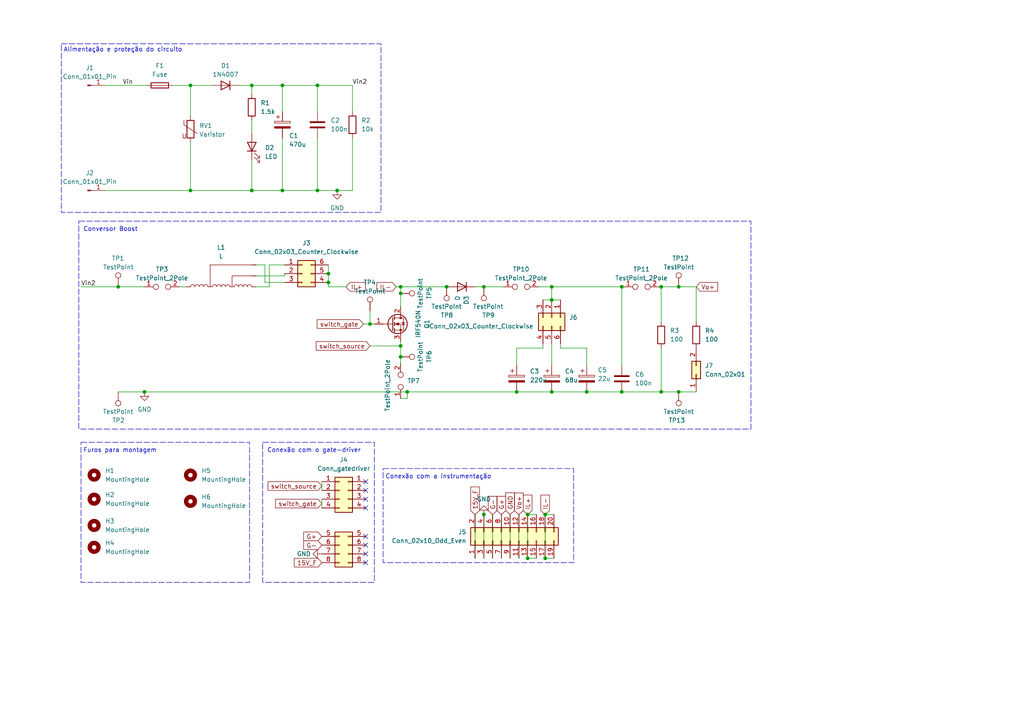
<source format=kicad_sch>
(kicad_sch (version 20230121) (generator eeschema)
  (paper "A4")
  (lib_symbols
    (symbol "Conn_gate_driver_1" (pin_names (offset 1.016) hide)
      (property "Reference" "J" (at 1.27 5.08 0))
      (property "Value" "Conn_gatedriver" (at 1.27 -7.62 0))
      (symbol "Conn_gate_driver_1_1_1"
        (rectangle (start -1.27 -4.953) (end 0 -5.207) (stroke (width 0.1524)))
        (rectangle (start -1.27 -2.413) (end 0 -2.667) (stroke (width 0.1524)))
        (rectangle (start -1.27 0.127) (end 0 -0.127) (stroke (width 0.1524)))
        (rectangle (start -1.27 2.667) (end 0 2.413) (stroke (width 0.1524)))
        (rectangle (start -1.27 3.81) (end 3.81 -6.35) (stroke (width 0.254)) (fill (type background)))
        (rectangle (start -1.27 10.922) (end 0 10.668) (stroke (width 0.1524)))
        (rectangle (start -1.27 13.462) (end 0 13.208) (stroke (width 0.1524)))
        (rectangle (start -1.27 16.002) (end 0 15.748) (stroke (width 0.1524)))
        (rectangle (start -1.27 18.542) (end 0 18.288) (stroke (width 0.1524)))
        (rectangle (start -1.27 19.685) (end 3.81 9.525) (stroke (width 0.254)) (fill (type background)))
        (rectangle (start 3.81 -4.953) (end 2.54 -5.207) (stroke (width 0.1524)))
        (rectangle (start 3.81 -2.413) (end 2.54 -2.667) (stroke (width 0.1524)))
        (rectangle (start 3.81 0.127) (end 2.54 -0.127) (stroke (width 0.1524)))
        (rectangle (start 3.81 2.667) (end 2.54 2.413) (stroke (width 0.1524)))
        (rectangle (start 3.81 10.922) (end 2.54 10.668) (stroke (width 0.1524)))
        (rectangle (start 3.81 13.462) (end 2.54 13.208) (stroke (width 0.1524)))
        (rectangle (start 3.81 16.002) (end 2.54 15.748) (stroke (width 0.1524)))
        (rectangle (start 3.81 18.542) (end 2.54 18.288) (stroke (width 0.1524)))
        (pin passive line (at -5.08 18.415 0) (length 3.81) (name "Pin_1") (number "1"))
        (pin passive line (at 7.62 18.415 180) (length 3.81) (name "Pin_2") (number "1"))
        (pin passive line (at -5.08 15.875 0) (length 3.81) (name "Pin_3") (number "2"))
        (pin passive line (at 7.62 15.875 180) (length 3.81) (name "Pin_4") (number "2"))
        (pin passive line (at -5.08 13.335 0) (length 3.81) (name "Pin_5") (number "3"))
        (pin passive line (at 7.62 13.335 180) (length 3.81) (name "Pin_6") (number "3"))
        (pin passive line (at -5.08 10.795 0) (length 3.81) (name "Pin_7") (number "4"))
        (pin passive line (at 7.62 10.795 180) (length 3.81) (name "Pin_8") (number "4"))
        (pin passive line (at 7.62 2.54 180) (length 3.81) (name "Pin_10") (number "5"))
        (pin passive line (at -5.08 2.54 0) (length 3.81) (name "Pin_9") (number "5"))
        (pin passive line (at -5.08 0 0) (length 3.81) (name "Pin_11") (number "6"))
        (pin passive line (at 7.62 0 180) (length 3.81) (name "Pin_12") (number "6"))
        (pin passive line (at -5.08 -2.54 0) (length 3.81) (name "Pin_13") (number "7"))
        (pin passive line (at 7.62 -2.54 180) (length 3.81) (name "Pin_14") (number "7"))
        (pin passive line (at -5.08 -5.08 0) (length 3.81) (name "Pin_15") (number "8"))
        (pin passive line (at 7.62 -5.08 180) (length 3.81) (name "Pin_16") (number "8"))
      )
    )
    (symbol "Connector:Conn_01x01_Pin" (pin_names (offset 1.016) hide)
      (property "Reference" "J" (at 0 2.54 0))
      (property "Value" "Conn_01x01_Pin" (at 0 -2.54 0))
      (symbol "Conn_01x01_Pin_1_1"
        (polyline (pts (xy 1.27 0) (xy 0.8636 0)) (stroke (width 0.1524)))
        (rectangle (start 0.8636 0.127) (end 0 -0.127) (stroke (width 0.1524)) (fill (type outline)))
        (pin passive line (at 5.08 0 180) (length 3.81) (name "Pin_1") (number "1"))
      )
    )
    (symbol "Connector:TestPoint" (pin_numbers hide) (pin_names (offset 0.762) hide)
      (property "Reference" "TP" (at 0 6.858 0))
      (property "Value" "TestPoint" (at 0 5.08 0))
      (symbol "TestPoint_0_1"
        (circle (center 0 3.302) (radius 0.762))
      )
      (symbol "TestPoint_1_1"
        (pin passive line (at 0 0 90) (length 2.54) (name "1") (number "1"))
      )
    )
    (symbol "Connector:TestPoint_2Pole" (pin_names (offset 0.762) hide)
      (property "Reference" "TP" (at 0 1.524 0))
      (property "Value" "TestPoint_2Pole" (at 0 -1.778 0))
      (symbol "TestPoint_2Pole_0_1"
        (circle (center -1.778 0) (radius 0.762))
        (circle (center 1.778 0) (radius 0.762))
        (pin passive line (at -5.08 0 0) (length 2.54) (name "1") (number "1"))
        (pin passive line (at 5.08 0 180) (length 2.54) (name "2") (number "2"))
      )
    )
    (symbol "Connector_Generic:Conn_02x01" (pin_names (offset 1.016) hide)
      (property "Reference" "J" (at 1.27 2.54 0))
      (property "Value" "Conn_02x01" (at 1.27 -2.54 0))
      (symbol "Conn_02x01_1_1"
        (rectangle (start -1.27 0.127) (end 0 -0.127) (stroke (width 0.1524)))
        (rectangle (start -1.27 1.27) (end 3.81 -1.27) (stroke (width 0.254)) (fill (type background)))
        (rectangle (start 3.81 0.127) (end 2.54 -0.127) (stroke (width 0.1524)))
        (pin passive line (at -5.08 0 0) (length 3.81) (name "Pin_1") (number "1"))
        (pin passive line (at 7.62 0 180) (length 3.81) (name "Pin_2") (number "2"))
      )
    )
    (symbol "Connector_Generic:Conn_02x03_Counter_Clockwise" (pin_names (offset 1.016) hide)
      (property "Reference" "J" (at 1.27 5.08 0))
      (property "Value" "Conn_02x03_Counter_Clockwise" (at 1.27 -5.08 0))
      (symbol "Conn_02x03_Counter_Clockwise_1_1"
        (rectangle (start -1.27 -2.413) (end 0 -2.667) (stroke (width 0.1524)))
        (rectangle (start -1.27 0.127) (end 0 -0.127) (stroke (width 0.1524)))
        (rectangle (start -1.27 2.667) (end 0 2.413) (stroke (width 0.1524)))
        (rectangle (start -1.27 3.81) (end 3.81 -3.81) (stroke (width 0.254)) (fill (type background)))
        (rectangle (start 3.81 -2.413) (end 2.54 -2.667) (stroke (width 0.1524)))
        (rectangle (start 3.81 0.127) (end 2.54 -0.127) (stroke (width 0.1524)))
        (rectangle (start 3.81 2.667) (end 2.54 2.413) (stroke (width 0.1524)))
        (pin passive line (at -5.08 2.54 0) (length 3.81) (name "Pin_1") (number "1"))
        (pin passive line (at -5.08 0 0) (length 3.81) (name "Pin_2") (number "2"))
        (pin passive line (at -5.08 -2.54 0) (length 3.81) (name "Pin_3") (number "3"))
        (pin passive line (at 7.62 -2.54 180) (length 3.81) (name "Pin_4") (number "4"))
        (pin passive line (at 7.62 0 180) (length 3.81) (name "Pin_5") (number "5"))
        (pin passive line (at 7.62 2.54 180) (length 3.81) (name "Pin_6") (number "6"))
      )
    )
    (symbol "Connector_Generic:Conn_02x10_Odd_Even" (pin_names (offset 1.016) hide)
      (property "Reference" "J" (at 1.27 12.7 0))
      (property "Value" "Conn_02x10_Odd_Even" (at 1.27 -15.24 0))
      (symbol "Conn_02x10_Odd_Even_1_1"
        (rectangle (start -1.27 -12.573) (end 0 -12.827) (stroke (width 0.1524)))
        (rectangle (start -1.27 -10.033) (end 0 -10.287) (stroke (width 0.1524)))
        (rectangle (start -1.27 -7.493) (end 0 -7.747) (stroke (width 0.1524)))
        (rectangle (start -1.27 -4.953) (end 0 -5.207) (stroke (width 0.1524)))
        (rectangle (start -1.27 -2.413) (end 0 -2.667) (stroke (width 0.1524)))
        (rectangle (start -1.27 0.127) (end 0 -0.127) (stroke (width 0.1524)))
        (rectangle (start -1.27 2.667) (end 0 2.413) (stroke (width 0.1524)))
        (rectangle (start -1.27 5.207) (end 0 4.953) (stroke (width 0.1524)))
        (rectangle (start -1.27 7.747) (end 0 7.493) (stroke (width 0.1524)))
        (rectangle (start -1.27 10.287) (end 0 10.033) (stroke (width 0.1524)))
        (rectangle (start -1.27 11.43) (end 3.81 -13.97) (stroke (width 0.254)) (fill (type background)))
        (rectangle (start 3.81 -12.573) (end 2.54 -12.827) (stroke (width 0.1524)))
        (rectangle (start 3.81 -10.033) (end 2.54 -10.287) (stroke (width 0.1524)))
        (rectangle (start 3.81 -7.493) (end 2.54 -7.747) (stroke (width 0.1524)))
        (rectangle (start 3.81 -4.953) (end 2.54 -5.207) (stroke (width 0.1524)))
        (rectangle (start 3.81 -2.413) (end 2.54 -2.667) (stroke (width 0.1524)))
        (rectangle (start 3.81 0.127) (end 2.54 -0.127) (stroke (width 0.1524)))
        (rectangle (start 3.81 2.667) (end 2.54 2.413) (stroke (width 0.1524)))
        (rectangle (start 3.81 5.207) (end 2.54 4.953) (stroke (width 0.1524)))
        (rectangle (start 3.81 7.747) (end 2.54 7.493) (stroke (width 0.1524)))
        (rectangle (start 3.81 10.287) (end 2.54 10.033) (stroke (width 0.1524)))
        (pin passive line (at -5.08 10.16 0) (length 3.81) (name "Pin_1") (number "1"))
        (pin passive line (at 7.62 0 180) (length 3.81) (name "Pin_10") (number "10"))
        (pin passive line (at -5.08 -2.54 0) (length 3.81) (name "Pin_11") (number "11"))
        (pin passive line (at 7.62 -2.54 180) (length 3.81) (name "Pin_12") (number "12"))
        (pin passive line (at -5.08 -5.08 0) (length 3.81) (name "Pin_13") (number "13"))
        (pin passive line (at 7.62 -5.08 180) (length 3.81) (name "Pin_14") (number "14"))
        (pin passive line (at -5.08 -7.62 0) (length 3.81) (name "Pin_15") (number "15"))
        (pin passive line (at 7.62 -7.62 180) (length 3.81) (name "Pin_16") (number "16"))
        (pin passive line (at -5.08 -10.16 0) (length 3.81) (name "Pin_17") (number "17"))
        (pin passive line (at 7.62 -10.16 180) (length 3.81) (name "Pin_18") (number "18"))
        (pin passive line (at -5.08 -12.7 0) (length 3.81) (name "Pin_19") (number "19"))
        (pin passive line (at 7.62 10.16 180) (length 3.81) (name "Pin_2") (number "2"))
        (pin passive line (at 7.62 -12.7 180) (length 3.81) (name "Pin_20") (number "20"))
        (pin passive line (at -5.08 7.62 0) (length 3.81) (name "Pin_3") (number "3"))
        (pin passive line (at 7.62 7.62 180) (length 3.81) (name "Pin_4") (number "4"))
        (pin passive line (at -5.08 5.08 0) (length 3.81) (name "Pin_5") (number "5"))
        (pin passive line (at 7.62 5.08 180) (length 3.81) (name "Pin_6") (number "6"))
        (pin passive line (at -5.08 2.54 0) (length 3.81) (name "Pin_7") (number "7"))
        (pin passive line (at 7.62 2.54 180) (length 3.81) (name "Pin_8") (number "8"))
        (pin passive line (at -5.08 0 0) (length 3.81) (name "Pin_9") (number "9"))
      )
    )
    (symbol "Device:C" (pin_numbers hide) (pin_names (offset 0.254))
      (property "Reference" "C" (at 0.635 2.54 0))
      (property "Value" "C" (at 0.635 -2.54 0))
      (symbol "C_0_1"
        (polyline (pts (xy -2.032 -0.762) (xy 2.032 -0.762)) (stroke (width 0.508)))
        (polyline (pts (xy -2.032 0.762) (xy 2.032 0.762)) (stroke (width 0.508)))
      )
      (symbol "C_1_1"
        (pin passive line (at 0 3.81 270) (length 2.794) (name "~") (number "1"))
        (pin passive line (at 0 -3.81 90) (length 2.794) (name "~") (number "2"))
      )
    )
    (symbol "Device:C_Polarized" (pin_numbers hide) (pin_names (offset 0.254))
      (property "Reference" "C" (at 0.635 2.54 0))
      (property "Value" "C_Polarized" (at 0.635 -2.54 0))
      (symbol "C_Polarized_0_1"
        (rectangle (start -2.286 0.508) (end 2.286 1.016))
        (polyline (pts (xy -1.778 2.286) (xy -0.762 2.286)))
        (polyline (pts (xy -1.27 2.794) (xy -1.27 1.778)))
        (rectangle (start 2.286 -0.508) (end -2.286 -1.016) (fill (type outline)))
      )
      (symbol "C_Polarized_1_1"
        (pin passive line (at 0 3.81 270) (length 2.794) (name "~") (number "1"))
        (pin passive line (at 0 -3.81 90) (length 2.794) (name "~") (number "2"))
      )
    )
    (symbol "Device:D" (pin_numbers hide) (pin_names (offset 1.016) hide)
      (property "Reference" "D" (at 0 2.54 0))
      (property "Value" "D" (at 0 -2.54 0))
      (symbol "D_0_1"
        (polyline (pts (xy -1.27 1.27) (xy -1.27 -1.27)) (stroke (width 0.254)))
        (polyline (pts (xy 1.27 0) (xy -1.27 0)))
        (polyline (pts (xy 1.27 1.27) (xy 1.27 -1.27) (xy -1.27 0) (xy 1.27 1.27)) (stroke (width 0.254)))
      )
      (symbol "D_1_1"
        (pin passive line (at -3.81 0 0) (length 2.54) (name "K") (number "1"))
        (pin passive line (at 3.81 0 180) (length 2.54) (name "A") (number "2"))
      )
    )
    (symbol "Device:Fuse" (pin_numbers hide) (pin_names (offset 0))
      (property "Reference" "F" (at 2.032 0 90))
      (property "Value" "Fuse" (at -1.905 0 90))
      (symbol "Fuse_0_1"
        (rectangle (start -0.762 -2.54) (end 0.762 2.54) (stroke (width 0.254)))
        (polyline (pts (xy 0 2.54) (xy 0 -2.54)))
      )
      (symbol "Fuse_1_1"
        (pin passive line (at 0 3.81 270) (length 1.27) (name "~") (number "1"))
        (pin passive line (at 0 -3.81 90) (length 1.27) (name "~") (number "2"))
      )
    )
    (symbol "Device:LED" (pin_numbers hide) (pin_names (offset 1.016) hide)
      (property "Reference" "D" (at 0 2.54 0))
      (property "Value" "LED" (at 0 -2.54 0))
      (symbol "LED_0_1"
        (polyline (pts (xy -1.27 -1.27) (xy -1.27 1.27)) (stroke (width 0.254)))
        (polyline (pts (xy -1.27 0) (xy 1.27 0)))
        (polyline (pts (xy 1.27 -1.27) (xy 1.27 1.27) (xy -1.27 0) (xy 1.27 -1.27)) (stroke (width 0.254)))
        (polyline (pts (xy -3.048 -0.762) (xy -4.572 -2.286) (xy -3.81 -2.286) (xy -4.572 -2.286) (xy -4.572 -1.524)))
        (polyline (pts (xy -1.778 -0.762) (xy -3.302 -2.286) (xy -2.54 -2.286) (xy -3.302 -2.286) (xy -3.302 -1.524)))
      )
      (symbol "LED_1_1"
        (pin passive line (at -3.81 0 0) (length 2.54) (name "K") (number "1"))
        (pin passive line (at 3.81 0 180) (length 2.54) (name "A") (number "2"))
      )
    )
    (symbol "Device:R" (pin_numbers hide) (pin_names (offset 0))
      (property "Reference" "R" (at 2.032 0 90))
      (property "Value" "R" (at 0 0 90))
      (symbol "R_0_1"
        (rectangle (start -1.016 -2.54) (end 1.016 2.54) (stroke (width 0.254)))
      )
      (symbol "R_1_1"
        (pin passive line (at 0 3.81 270) (length 1.27) (name "~") (number "1"))
        (pin passive line (at 0 -3.81 90) (length 1.27) (name "~") (number "2"))
      )
    )
    (symbol "Device:Varistor" (pin_numbers hide) (pin_names (offset 0))
      (property "Reference" "RV" (at 3.175 0 90))
      (property "Value" "Varistor" (at -3.175 0 90))
      (symbol "Varistor_0_0"
        (text "U" (at -1.778 -2.032 0) (effects (font (size 1.27 1.27))))
      )
      (symbol "Varistor_0_1"
        (rectangle (start -1.016 -2.54) (end 1.016 2.54) (stroke (width 0.254)))
        (polyline (pts (xy -1.905 2.54) (xy -1.905 1.27) (xy 1.905 -1.27)))
      )
      (symbol "Varistor_1_1"
        (pin passive line (at 0 3.81 270) (length 1.27) (name "~") (number "1"))
        (pin passive line (at 0 -3.81 90) (length 1.27) (name "~") (number "2"))
      )
    )
    (symbol "Diode:1N4007" (pin_numbers hide) (pin_names (offset 1.016) hide)
      (property "Reference" "D" (at 0 2.54 0))
      (property "Value" "1N4007" (at 0 -2.54 0))
      (symbol "1N4007_0_1"
        (polyline (pts (xy -1.27 1.27) (xy -1.27 -1.27)) (stroke (width 0.254)))
        (polyline (pts (xy 1.27 0) (xy -1.27 0)))
        (polyline (pts (xy 1.27 1.27) (xy 1.27 -1.27) (xy -1.27 0) (xy 1.27 1.27)) (stroke (width 0.254)))
      )
      (symbol "1N4007_1_1"
        (pin passive line (at -3.81 0 0) (length 2.54) (name "K") (number "1"))
        (pin passive line (at 3.81 0 180) (length 2.54) (name "A") (number "2"))
      )
    )
    (symbol "Mechanical:MountingHole" (pin_names (offset 1.016))
      (property "Reference" "H" (at 0 5.08 0))
      (property "Value" "MountingHole" (at 0 3.175 0))
      (symbol "MountingHole_0_1"
        (circle (center 0 0) (radius 1.27) (stroke (width 1.27)))
      )
    )
    (symbol "New_Library:L_triple" (pin_numbers hide) (pin_names (offset 1.016) hide)
      (property "Reference" "L" (at -1.27 0 90))
      (property "Value" "L" (at 1.905 0 90))
      (symbol "L_triple_0_1"
        (arc (start 0 -2.54) (mid 0.6323 -1.905) (end 0 -1.27))
        (arc (start 0 -1.27) (mid 0.6323 -0.635) (end 0 0))
        (polyline (pts (xy 0 2.54) (xy 0 3.81)))
        (polyline (pts (xy 0 3.175) (xy 3.175 3.175) (xy 3.175 -2.54)))
        (polyline (pts (xy 0 8.89) (xy 0 10.16) (xy 0 9.525)))
        (polyline (pts (xy 0 9.525) (xy 6.35 9.525) (xy 6.35 -2.54)))
        (arc (start 0 0) (mid 0.6323 0.635) (end 0 1.27))
        (arc (start 0 1.27) (mid 0.6323 1.905) (end 0 2.54))
        (arc (start 0.0027 3.81) (mid 0.635 4.445) (end 0.0027 5.08))
        (arc (start 0.0027 5.08) (mid 0.635 5.715) (end 0.0027 6.35))
        (arc (start 0.0027 6.35) (mid 0.635 6.985) (end 0.0027 7.62))
        (arc (start 0.0027 7.62) (mid 0.635 8.255) (end 0.0027 8.89))
        (arc (start 0.0027 10.16) (mid 0.635 10.795) (end 0.0027 11.43))
        (arc (start 0.0027 11.43) (mid 0.635 12.065) (end 0.0027 12.7))
        (arc (start 0.0027 12.7) (mid 0.635 13.335) (end 0.0027 13.97))
        (arc (start 0.0027 13.97) (mid 0.635 14.605) (end 0.0027 15.24))
      )
      (symbol "L_triple_1_1"
        (pin passive line (at 0 16.51 270) (length 1.27) (name "1") (number "1"))
        (pin passive line (at 6.35 -3.81 90) (length 1.27) (name "2") (number "2"))
        (pin passive line (at 3.175 -3.81 90) (length 1.27) (name "3") (number "3"))
        (pin passive line (at 0 -3.81 90) (length 1.27) (name "4") (number "4"))
      )
    )
    (symbol "Transistor_FET:IRF540N" (pin_names hide)
      (property "Reference" "Q" (at 6.35 1.905 0))
      (property "Value" "IRF540N" (at 6.35 0 0))
      (symbol "IRF540N_0_1"
        (polyline (pts (xy 0.254 0) (xy -2.54 0)))
        (polyline (pts (xy 0.254 1.905) (xy 0.254 -1.905)) (stroke (width 0.254)))
        (polyline (pts (xy 0.762 -1.27) (xy 0.762 -2.286)) (stroke (width 0.254)))
        (polyline (pts (xy 0.762 0.508) (xy 0.762 -0.508)) (stroke (width 0.254)))
        (polyline (pts (xy 0.762 2.286) (xy 0.762 1.27)) (stroke (width 0.254)))
        (polyline (pts (xy 2.54 2.54) (xy 2.54 1.778)))
        (polyline (pts (xy 2.54 -2.54) (xy 2.54 0) (xy 0.762 0)))
        (polyline (pts (xy 0.762 -1.778) (xy 3.302 -1.778) (xy 3.302 1.778) (xy 0.762 1.778)))
        (polyline (pts (xy 1.016 0) (xy 2.032 0.381) (xy 2.032 -0.381) (xy 1.016 0)) (fill (type outline)))
        (polyline (pts (xy 2.794 0.508) (xy 2.921 0.381) (xy 3.683 0.381) (xy 3.81 0.254)))
        (polyline (pts (xy 3.302 0.381) (xy 2.921 -0.254) (xy 3.683 -0.254) (xy 3.302 0.381)))
        (circle (center 1.651 0) (radius 2.794) (stroke (width 0.254)))
        (circle (center 2.54 -1.778) (radius 0.254) (fill (type outline)))
        (circle (center 2.54 1.778) (radius 0.254) (fill (type outline)))
      )
      (symbol "IRF540N_1_1"
        (pin input line (at -5.08 0 0) (length 2.54) (name "G") (number "1"))
        (pin passive line (at 2.54 5.08 270) (length 2.54) (name "D") (number "2"))
        (pin passive line (at 2.54 -5.08 90) (length 2.54) (name "S") (number "3"))
      )
    )
    (symbol "power:GND" (power) (pin_names (offset 0))
      (property "Value" "GND" (at 0 -3.81 0))
      (symbol "GND_0_1"
        (polyline (pts (xy 0 0) (xy 0 -1.27) (xy 1.27 -1.27) (xy 0 -2.54) (xy -1.27 -1.27) (xy 0 -1.27)))
      )
      (symbol "GND_1_1"
        (pin power_in line (at 0 0 270) (length 0) hide (name "GND") (number "1"))
      )
    )
  )
  (junction (at 160.02 86.995))
  (junction (at 116.205 85.09))
  (junction (at 170.18 113.665))
  (junction (at 160.02 113.665))
  (junction (at 191.77 113.665))
  (junction (at 158.115 161.925))
  (junction (at 92.075 55.245))
  (junction (at 160.02 83.185))
  (junction (at 34.29 83.185))
  (junction (at 153.035 161.925))
  (junction (at 118.11 113.665))
  (junction (at 149.86 113.665))
  (junction (at 95.25 79.375))
  (junction (at 92.075 24.765))
  (junction (at 116.205 83.185))
  (junction (at 140.335 149.225))
  (junction (at 196.85 113.665))
  (junction (at 81.915 55.245))
  (junction (at 55.245 24.765))
  (junction (at 55.245 55.245))
  (junction (at 129.54 83.185))
  (junction (at 180.34 83.185))
  (junction (at 97.79 55.245))
  (junction (at 73.025 55.245))
  (junction (at 41.91 113.665))
  (junction (at 95.25 81.915))
  (junction (at 73.025 24.765))
  (junction (at 116.205 100.33))
  (junction (at 140.335 83.185))
  (junction (at 196.85 83.185))
  (junction (at 153.035 149.225))
  (junction (at 191.77 83.185))
  (junction (at 180.34 113.665))
  (junction (at 158.115 149.225))
  (junction (at 116.205 103.505))
  (junction (at 81.915 24.765))
  (junction (at 107.315 93.98))
  (no_connect (at 106.045 147.32))
  (no_connect (at 106.045 139.7))
  (no_connect (at 106.045 142.24))
  (no_connect (at 106.045 158.115))
  (no_connect (at 106.045 160.655))
  (no_connect (at 106.045 144.78))
  (no_connect (at 106.045 163.195))
  (no_connect (at 106.045 155.575))
  (wire (pts (xy 191.77 100.965) (xy 191.77 113.665)))
  (wire (pts (xy 102.235 32.385) (xy 102.235 24.765)))
  (wire (pts (xy 95.25 81.915) (xy 95.25 79.375)))
  (wire (pts (xy 73.025 55.245) (xy 55.245 55.245)))
  (wire (pts (xy 55.245 24.765) (xy 61.595 24.765)))
  (wire (pts (xy 160.02 99.695) (xy 160.02 106.045)))
  (wire (pts (xy 23.495 83.185) (xy 34.29 83.185)))
  (wire (pts (xy 30.48 24.765) (xy 42.545 24.765)))
  (wire (pts (xy 147.955 149.225) (xy 147.955 161.925)))
  (wire (pts (xy 92.075 55.245) (xy 81.915 55.245)))
  (wire (pts (xy 50.165 24.765) (xy 55.245 24.765)))
  (wire (pts (xy 73.025 24.765) (xy 73.025 27.305)))
  (wire (pts (xy 145.415 149.225) (xy 145.415 161.925)))
  (wire (pts (xy 149.86 100.965) (xy 149.86 106.045)))
  (wire (pts (xy 107.315 100.33) (xy 116.205 100.33)))
  (wire (pts (xy 201.93 83.185) (xy 201.93 93.345)))
  (wire (pts (xy 81.915 40.005) (xy 81.915 55.245)))
  (wire (pts (xy 191.77 113.665) (xy 180.34 113.665)))
  (wire (pts (xy 140.335 83.185) (xy 146.05 83.185)))
  (wire (pts (xy 41.91 113.665) (xy 118.11 113.665)))
  (wire (pts (xy 118.11 113.665) (xy 149.86 113.665)))
  (wire (pts (xy 116.205 115.57) (xy 118.11 115.57)))
  (wire (pts (xy 150.495 149.225) (xy 150.495 161.925)))
  (wire (pts (xy 102.235 55.245) (xy 97.79 55.245)))
  (wire (pts (xy 129.54 83.185) (xy 130.175 83.185)))
  (wire (pts (xy 76.835 81.915) (xy 82.55 81.915)))
  (wire (pts (xy 160.02 113.665) (xy 170.18 113.665)))
  (wire (pts (xy 81.915 55.245) (xy 73.025 55.245)))
  (wire (pts (xy 93.345 139.7) (xy 93.345 142.24)))
  (wire (pts (xy 116.205 85.09) (xy 116.205 88.9)))
  (wire (pts (xy 73.025 34.925) (xy 73.025 38.735)))
  (wire (pts (xy 158.115 149.225) (xy 160.655 149.225)))
  (wire (pts (xy 160.02 83.185) (xy 180.34 83.185)))
  (wire (pts (xy 81.915 24.765) (xy 73.025 24.765)))
  (wire (pts (xy 153.035 149.225) (xy 155.575 149.225)))
  (wire (pts (xy 81.915 32.385) (xy 81.915 24.765)))
  (wire (pts (xy 153.035 149.225) (xy 153.035 161.925)))
  (wire (pts (xy 97.79 55.245) (xy 92.075 55.245)))
  (wire (pts (xy 78.105 83.185) (xy 74.295 83.185)))
  (wire (pts (xy 156.21 83.185) (xy 160.02 83.185)))
  (wire (pts (xy 114.935 83.185) (xy 116.205 83.185)))
  (wire (pts (xy 170.18 100.965) (xy 162.56 100.965)))
  (wire (pts (xy 137.795 149.225) (xy 137.795 161.925)))
  (wire (pts (xy 107.315 90.17) (xy 107.315 93.98)))
  (wire (pts (xy 107.315 93.98) (xy 108.585 93.98)))
  (wire (pts (xy 191.77 83.185) (xy 196.85 83.185)))
  (wire (pts (xy 34.29 113.665) (xy 41.91 113.665)))
  (wire (pts (xy 191.135 83.185) (xy 191.77 83.185)))
  (wire (pts (xy 102.235 40.005) (xy 102.235 55.245)))
  (wire (pts (xy 30.48 55.245) (xy 55.245 55.245)))
  (wire (pts (xy 158.115 149.225) (xy 158.115 161.925)))
  (wire (pts (xy 92.075 40.005) (xy 92.075 55.245)))
  (wire (pts (xy 52.07 83.185) (xy 53.975 83.185)))
  (wire (pts (xy 180.34 83.185) (xy 180.975 83.185)))
  (wire (pts (xy 201.93 113.665) (xy 196.85 113.665)))
  (wire (pts (xy 92.075 24.765) (xy 81.915 24.765)))
  (wire (pts (xy 196.85 113.665) (xy 191.77 113.665)))
  (wire (pts (xy 191.77 83.185) (xy 191.77 93.345)))
  (wire (pts (xy 82.55 76.835) (xy 78.105 76.835)))
  (wire (pts (xy 137.795 83.185) (xy 140.335 83.185)))
  (wire (pts (xy 170.18 106.045) (xy 170.18 100.965)))
  (wire (pts (xy 102.235 24.765) (xy 92.075 24.765)))
  (wire (pts (xy 116.205 100.33) (xy 116.205 99.06)))
  (wire (pts (xy 82.55 80.01) (xy 82.55 79.375)))
  (wire (pts (xy 55.245 41.275) (xy 55.245 55.245)))
  (wire (pts (xy 157.48 100.965) (xy 157.48 99.695)))
  (wire (pts (xy 149.86 100.965) (xy 157.48 100.965)))
  (wire (pts (xy 160.02 86.995) (xy 162.56 86.995)))
  (wire (pts (xy 105.41 93.98) (xy 107.315 93.98)))
  (wire (pts (xy 170.18 113.665) (xy 180.34 113.665)))
  (wire (pts (xy 95.25 83.185) (xy 100.33 83.185)))
  (wire (pts (xy 160.02 83.185) (xy 160.02 86.995)))
  (wire (pts (xy 69.215 24.765) (xy 73.025 24.765)))
  (wire (pts (xy 162.56 99.695) (xy 162.56 100.965)))
  (wire (pts (xy 74.295 76.835) (xy 76.835 76.835)))
  (wire (pts (xy 196.85 83.185) (xy 201.93 83.185)))
  (wire (pts (xy 34.29 83.185) (xy 41.91 83.185)))
  (wire (pts (xy 118.11 115.57) (xy 118.11 113.665)))
  (wire (pts (xy 140.335 149.225) (xy 140.335 161.925)))
  (wire (pts (xy 157.48 86.995) (xy 160.02 86.995)))
  (wire (pts (xy 95.25 81.915) (xy 95.25 83.185)))
  (wire (pts (xy 116.205 83.185) (xy 129.54 83.185)))
  (wire (pts (xy 76.835 76.835) (xy 76.835 81.915)))
  (wire (pts (xy 158.115 161.925) (xy 160.655 161.925)))
  (wire (pts (xy 95.25 76.835) (xy 95.25 79.375)))
  (wire (pts (xy 149.86 113.665) (xy 160.02 113.665)))
  (wire (pts (xy 93.345 144.78) (xy 93.345 147.32)))
  (wire (pts (xy 142.875 149.225) (xy 142.875 161.925)))
  (wire (pts (xy 78.105 76.835) (xy 78.105 83.185)))
  (wire (pts (xy 73.025 46.355) (xy 73.025 55.245)))
  (wire (pts (xy 116.205 100.33) (xy 116.205 103.505)))
  (wire (pts (xy 55.245 24.765) (xy 55.245 33.655)))
  (wire (pts (xy 180.34 106.045) (xy 180.34 83.185)))
  (wire (pts (xy 74.295 80.01) (xy 82.55 80.01)))
  (wire (pts (xy 153.035 161.925) (xy 155.575 161.925)))
  (wire (pts (xy 116.205 103.505) (xy 116.205 105.41)))
  (wire (pts (xy 116.205 83.185) (xy 116.205 85.09)))
  (wire (pts (xy 92.075 32.385) (xy 92.075 24.765)))
  (rectangle (start 17.78 12.7) (end 110.49 61.595) (stroke (width 0) (type dash)))
  (rectangle (start 23.495 128.27) (end 72.39 168.91) (stroke (width 0) (type dash)))
  (rectangle (start 111.125 135.89) (end 166.37 163.195) (stroke (width 0) (type dash)))
  (rectangle (start 22.86 64.135) (end 217.805 124.46) (stroke (width 0) (type dash)))
  (rectangle (start 76.2 128.27) (end 108.585 168.91) (stroke (width 0) (type dash)))
  (text "Conversor Boost" (at 24.13 67.31 0) (effects (font (size 1.27 1.27)) (justify left bottom)))
  (text "Conexão com o gate-driver" (at 77.47 131.445 0) (effects (font (size 1.27 1.27)) (justify left bottom)))
  (text "Alimentação e proteção do circuito" (at 18.415 15.24 0) (effects (font (size 1.27 1.27)) (justify left bottom)))
  (text "Furos para montagem" (at 24.13 131.445 0) (effects (font (size 1.27 1.27)) (justify left bottom)))
  (text "Conexão com a instrumentação" (at 111.76 139.065 0) (effects (font (size 1.27 1.27)) (justify left bottom)))
  (label "Vin" (at 35.56 24.765 0))
  (label "Vin2" (at 102.235 24.765 0))
  (label "Vin2" (at 23.495 83.185 0))
  (global_label "Vo+" (shape input) (at 201.93 83.185 0) (property "Intersheetrefs" "${INTERSHEET_REFS}" (effects hide)))
  (global_label "IL-" (shape input) (at 158.115 149.225 90) (property "Intersheetrefs" "${INTERSHEET_REFS}" (effects hide)))
  (global_label "15V_F" (shape input) (at 93.345 163.195 180) (property "Intersheetrefs" "${INTERSHEET_REFS}" (effects hide)))
  (global_label "IL+" (shape input) (at 100.33 83.185 0) (property "Intersheetrefs" "${INTERSHEET_REFS}" (effects hide)))
  (global_label "G+" (shape input) (at 145.415 149.225 90) (property "Intersheetrefs" "${INTERSHEET_REFS}" (effects hide)))
  (global_label "switch_gate" (shape input) (at 93.345 146.05 180) (property "Intersheetrefs" "${INTERSHEET_REFS}" (effects hide)))
  (global_label "GND" (shape input) (at 147.955 149.225 90) (property "Intersheetrefs" "${INTERSHEET_REFS}" (effects hide)))
  (global_label "G+" (shape input) (at 93.345 155.575 180) (property "Intersheetrefs" "${INTERSHEET_REFS}" (effects hide)))
  (global_label "IL+" (shape input) (at 153.035 149.225 90) (property "Intersheetrefs" "${INTERSHEET_REFS}" (effects hide)))
  (global_label "G-" (shape input) (at 93.345 158.115 180) (property "Intersheetrefs" "${INTERSHEET_REFS}" (effects hide)))
  (global_label "Vo+" (shape input) (at 150.495 149.225 90) (property "Intersheetrefs" "${INTERSHEET_REFS}" (effects hide)))
  (global_label "G-" (shape input) (at 142.875 149.225 90) (property "Intersheetrefs" "${INTERSHEET_REFS}" (effects hide)))
  (global_label "IL-" (shape input) (at 114.935 83.185 180) (property "Intersheetrefs" "${INTERSHEET_REFS}" (effects hide)))
  (global_label "switch_source" (shape input) (at 93.345 140.97 180) (property "Intersheetrefs" "${INTERSHEET_REFS}" (effects hide)))
  (global_label "switch_gate" (shape input) (at 105.41 93.98 180) (property "Intersheetrefs" "${INTERSHEET_REFS}" (effects hide)))
  (global_label "switch_source" (shape input) (at 107.315 100.33 180) (property "Intersheetrefs" "${INTERSHEET_REFS}" (effects hide)))
  (global_label "15V_F" (shape input) (at 137.795 149.225 90) (property "Intersheetrefs" "${INTERSHEET_REFS}" (effects hide)))
  (symbol (lib_id "Connector:TestPoint") (at 116.205 103.505 270) (unit 1)
    (property "Reference" "TP6" (at 124.46 101.6 0) (effects (justify left)))
    (property "Value" "TestPoint" (at 121.92 99.06 0) (effects (justify left)))
    (property "Footprint" "TestPoint:TestPoint_Loop_D2.60mm_Drill1.6mm_Beaded" (effects hide))
  )
  (symbol (lib_id "Mechanical:MountingHole") (at 55.245 145.415 0) (unit 1)
    (property "Reference" "H6" (at 58.42 144.145 0) (effects (justify left)))
    (property "Value" "MountingHole" (at 58.42 146.685 0) (effects (justify left)))
    (property "Footprint" "Library:Furo" (effects hide))
  )
  (symbol (lib_id "Mechanical:MountingHole") (at 27.305 158.75 0) (unit 1)
    (property "Reference" "H4" (at 30.48 157.48 0) (effects (justify left)))
    (property "Value" "MountingHole" (at 30.48 160.02 0) (effects (justify left)))
    (property "Footprint" "Library:Furo" (effects hide))
  )
  (symbol (lib_id "power:GND") (at 97.79 55.245 0) (unit 1)
    (property "Reference" "#PWR03" (effects hide))
    (property "Value" "GND" (at 97.79 60.325 0))
  )
  (symbol (lib_id "Device:D") (at 133.985 83.185 180) (unit 1)
    (property "Reference" "D3" (at 135.255 85.725 90) (effects (justify left)))
    (property "Value" "D" (at 132.715 85.725 90) (effects (justify left)))
    (property "Footprint" "Package_TO_SOT_THT:TO-220-2_Horizontal_TabDown" (effects hide))
    (property "Sim.Device" "D" (effects hide))
    (property "Sim.Pins" "1=K 2=A" (effects hide))
  )
  (symbol (lib_id "Mechanical:MountingHole") (at 27.305 152.4 0) (unit 1)
    (property "Reference" "H3" (at 30.48 151.13 0) (effects (justify left)))
    (property "Value" "MountingHole" (at 30.48 153.67 0) (effects (justify left)))
    (property "Footprint" "Library:Furo" (effects hide))
  )
  (symbol (lib_name "Conn_gate_driver_1") (lib_id "New_Library:Conn_gate_driver") (at 98.425 158.115 0) (unit 1)
    (property "Reference" "J4" (at 99.695 133.35 0))
    (property "Value" "Conn_gatedriver" (at 99.695 135.89 0))
    (property "Footprint" "Library:GateDriver" (effects hide))
  )
  (symbol (lib_id "Connector_Generic:Conn_02x10_Odd_Even") (at 147.955 156.845 90) (unit 1)
    (property "Reference" "J5" (at 135.255 154.305 90) (effects (justify left)))
    (property "Value" "Conn_02x10_Odd_Even" (at 135.255 156.845 90) (effects (justify left)))
    (property "Footprint" "Connector_PinSocket_2.54mm:PinSocket_2x10_P2.54mm_Horizontal" (effects hide))
  )
  (symbol (lib_id "Connector:TestPoint") (at 129.54 83.185 180) (unit 1)
    (property "Reference" "TP8" (at 131.445 91.44 0) (effects (justify left)))
    (property "Value" "TestPoint" (at 133.985 88.9 0) (effects (justify left)))
    (property "Footprint" "TestPoint:TestPoint_Loop_D2.60mm_Drill1.6mm_Beaded" (effects hide))
  )
  (symbol (lib_id "Transistor_FET:IRF540N") (at 113.665 93.98 0) (unit 1)
    (property "Reference" "Q1" (at 123.825 93.98 90))
    (property "Value" "IRF540N" (at 121.285 93.98 90))
    (property "Footprint" "Package_TO_SOT_THT:TO-220-3_Horizontal_TabDown" (effects hide))
    (property "Datasheet" "http://www.irf.com/product-info/datasheets/data/irf540n.pdf" (effects hide))
  )
  (symbol (lib_id "Device:C") (at 92.075 36.195 0) (unit 1)
    (property "Reference" "C2" (at 95.885 34.9249 0) (effects (justify left)))
    (property "Value" "100n" (at 95.885 37.4649 0) (effects (justify left)))
    (property "Footprint" "Capacitor_THT:C_Disc_D5.0mm_W2.5mm_P5.00mm" (effects hide))
  )
  (symbol (lib_id "Mechanical:MountingHole") (at 55.245 137.795 0) (unit 1)
    (property "Reference" "H5" (at 58.42 136.525 0) (effects (justify left)))
    (property "Value" "MountingHole" (at 58.42 139.065 0) (effects (justify left)))
    (property "Footprint" "Library:Furo" (effects hide))
  )
  (symbol (lib_id "Connector_Generic:Conn_02x03_Counter_Clockwise") (at 160.02 92.075 270) (unit 1)
    (property "Reference" "J6" (at 165.1 92.0749 90) (effects (justify left)))
    (property "Value" "Conn_02x03_Counter_Clockwise" (at 124.46 94.615 90) (effects (justify left)))
    (property "Footprint" "Connector_PinHeader_2.54mm:PinHeader_2x03_P2.54mm_Vertical" (effects hide))
  )
  (symbol (lib_id "New_Library:L_triple") (at 70.485 83.185 90) (unit 1)
    (property "Reference" "L1" (at 64.135 71.755 90))
    (property "Value" "L" (at 64.135 74.295 90))
    (property "Footprint" "Library:Inductor_buck" (effects hide))
  )
  (symbol (lib_id "Connector:TestPoint") (at 34.29 113.665 180) (unit 1)
    (property "Reference" "TP2" (at 36.195 121.92 0) (effects (justify left)))
    (property "Value" "TestPoint" (at 38.735 119.38 0) (effects (justify left)))
    (property "Footprint" "TestPoint:TestPoint_Loop_D2.60mm_Drill1.6mm_Beaded" (effects hide))
  )
  (symbol (lib_id "Connector:TestPoint") (at 196.85 83.185 0) (unit 1)
    (property "Reference" "TP12" (at 194.945 74.93 0) (effects (justify left)))
    (property "Value" "TestPoint" (at 192.405 77.47 0) (effects (justify left)))
    (property "Footprint" "TestPoint:TestPoint_Loop_D2.60mm_Drill1.6mm_Beaded" (effects hide))
  )
  (symbol (lib_id "Device:C_Polarized") (at 160.02 109.855 0) (unit 1)
    (property "Reference" "C4" (at 163.83 107.6959 0) (effects (justify left)))
    (property "Value" "68u" (at 163.83 110.2359 0) (effects (justify left)))
    (property "Footprint" "Capacitor_THT:CP_Radial_D10.0mm_P5.00mm" (effects hide))
  )
  (symbol (lib_id "Device:Fuse") (at 46.355 24.765 90) (unit 1)
    (property "Reference" "F1" (at 46.355 19.05 90))
    (property "Value" "Fuse" (at 46.355 21.59 90))
    (property "Footprint" "Library:Fuse" (effects hide))
  )
  (symbol (lib_id "Connector:TestPoint") (at 107.315 90.17 0) (unit 1)
    (property "Reference" "TP4" (at 105.41 81.915 0) (effects (justify left)))
    (property "Value" "TestPoint" (at 102.87 84.455 0) (effects (justify left)))
    (property "Footprint" "TestPoint:TestPoint_Loop_D2.60mm_Drill1.6mm_Beaded" (effects hide))
  )
  (symbol (lib_id "Device:R") (at 73.025 31.115 0) (unit 1)
    (property "Reference" "R1" (at 75.565 29.8449 0) (effects (justify left)))
    (property "Value" "1.5k" (at 75.565 32.3849 0) (effects (justify left)))
    (property "Footprint" "Resistor_THT:R_Axial_DIN0204_L3.6mm_D1.6mm_P7.62mm_Horizontal" (effects hide))
  )
  (symbol (lib_id "Connector:Conn_01x01_Pin") (at 25.4 55.245 0) (unit 1)
    (property "Reference" "J2" (at 26.035 50.165 0))
    (property "Value" "Conn_01x01_Pin" (at 26.035 52.705 0))
    (property "Footprint" "Connector:Banana_Jack_1Pin" (effects hide))
  )
  (symbol (lib_id "Device:C_Polarized") (at 81.915 36.195 0) (unit 1)
    (property "Reference" "C1" (at 83.82 39.37 0) (effects (justify left)))
    (property "Value" "470u" (at 83.82 41.91 0) (effects (justify left)))
    (property "Footprint" "Capacitor_THT:CP_Radial_D16.0mm_P7.50mm" (effects hide))
  )
  (symbol (lib_id "power:GND") (at 93.345 160.655 270) (unit 1)
    (property "Reference" "#PWR02" (effects hide))
    (property "Value" "GND" (at 90.17 160.6549 90) (effects (justify right)))
  )
  (symbol (lib_id "Connector:TestPoint") (at 196.85 113.665 180) (unit 1)
    (property "Reference" "TP13" (at 198.755 121.92 0) (effects (justify left)))
    (property "Value" "TestPoint" (at 201.295 119.38 0) (effects (justify left)))
    (property "Footprint" "TestPoint:TestPoint_Loop_D2.60mm_Drill1.6mm_Beaded" (effects hide))
  )
  (symbol (lib_id "Diode:1N4007") (at 65.405 24.765 180) (unit 1)
    (property "Reference" "D1" (at 65.405 19.05 0))
    (property "Value" "1N4007" (at 65.405 21.59 0))
    (property "Footprint" "Diode_THT:D_DO-41_SOD81_P10.16mm_Horizontal" (effects hide))
    (property "Datasheet" "http://www.vishay.com/docs/88503/1n4001.pdf" (effects hide))
  )
  (symbol (lib_id "Connector:TestPoint_2Pole") (at 151.13 83.185 0) (unit 1)
    (property "Reference" "TP10" (at 151.13 78.105 0))
    (property "Value" "TestPoint_2Pole" (at 151.13 80.645 0))
    (property "Footprint" "Library:Testpoint_current" (effects hide))
  )
  (symbol (lib_id "Device:C_Polarized") (at 170.18 109.855 0) (unit 1)
    (property "Reference" "C5" (at 173.355 107.315 0) (effects (justify left)))
    (property "Value" "22u" (at 173.355 109.855 0) (effects (justify left)))
    (property "Footprint" "Capacitor_THT:CP_Radial_D6.3mm_P2.50mm" (effects hide))
  )
  (symbol (lib_id "Connector:TestPoint_2Pole") (at 186.055 83.185 0) (unit 1)
    (property "Reference" "TP11" (at 186.055 78.105 0))
    (property "Value" "TestPoint_2Pole" (at 186.055 80.645 0))
    (property "Footprint" "Library:Testpoint_current" (effects hide))
  )
  (symbol (lib_id "power:GND") (at 140.335 149.225 180) (unit 1)
    (property "Reference" "#PWR04" (effects hide))
    (property "Value" "GND" (at 140.335 144.78 0))
  )
  (symbol (lib_id "Device:C") (at 180.34 109.855 0) (unit 1)
    (property "Reference" "C6" (at 184.15 108.5849 0) (effects (justify left)))
    (property "Value" "100n" (at 184.15 111.1249 0) (effects (justify left)))
    (property "Footprint" "Capacitor_THT:C_Disc_D5.0mm_W2.5mm_P5.00mm" (effects hide))
  )
  (symbol (lib_id "Connector:TestPoint") (at 140.335 83.185 180) (unit 1)
    (property "Reference" "TP9" (at 143.51 91.44 0) (effects (justify left)))
    (property "Value" "TestPoint" (at 146.05 88.9 0) (effects (justify left)))
    (property "Footprint" "TestPoint:TestPoint_Loop_D2.60mm_Drill1.6mm_Beaded" (effects hide))
  )
  (symbol (lib_id "Connector:TestPoint_2Pole") (at 46.99 83.185 0) (unit 1)
    (property "Reference" "TP3" (at 46.99 78.105 0))
    (property "Value" "TestPoint_2Pole" (at 46.99 80.645 0))
    (property "Footprint" "Library:Testpoint_current" (effects hide))
  )
  (symbol (lib_id "Device:LED") (at 73.025 42.545 90) (unit 1)
    (property "Reference" "D2" (at 76.835 42.8624 90) (effects (justify right)))
    (property "Value" "LED" (at 76.835 45.4024 90) (effects (justify right)))
    (property "Footprint" "LED_THT:LED_D3.0mm" (effects hide))
  )
  (symbol (lib_id "Device:R") (at 191.77 97.155 0) (unit 1)
    (property "Reference" "R3" (at 194.31 95.8849 0) (effects (justify left)))
    (property "Value" "100" (at 194.31 98.4249 0) (effects (justify left)))
    (property "Footprint" "Resistor_THT:R_Axial_Power_L50.0mm_W9.0mm_P55.88mm" (effects hide))
  )
  (symbol (lib_id "Device:Varistor") (at 55.245 37.465 0) (unit 1)
    (property "Reference" "RV1" (at 57.785 36.4481 0) (effects (justify left)))
    (property "Value" "Varistor" (at 57.785 38.9881 0) (effects (justify left)))
    (property "Footprint" "Varistor:RV_Disc_D7mm_W3.4mm_P5mm" (effects hide))
  )
  (symbol (lib_id "Mechanical:MountingHole") (at 27.305 144.78 0) (unit 1)
    (property "Reference" "H2" (at 30.48 143.51 0) (effects (justify left)))
    (property "Value" "MountingHole" (at 30.48 146.05 0) (effects (justify left)))
    (property "Footprint" "Library:Furo" (effects hide))
  )
  (symbol (lib_id "power:GND") (at 41.91 113.665 0) (unit 1)
    (property "Reference" "#PWR01" (effects hide))
    (property "Value" "GND" (at 41.91 118.745 0))
  )
  (symbol (lib_id "Connector:TestPoint") (at 116.205 85.09 270) (unit 1)
    (property "Reference" "TP5" (at 124.46 83.185 0) (effects (justify left)))
    (property "Value" "TestPoint" (at 121.92 80.645 0) (effects (justify left)))
    (property "Footprint" "TestPoint:TestPoint_Loop_D2.60mm_Drill1.6mm_Beaded" (effects hide))
  )
  (symbol (lib_id "Connector:TestPoint") (at 34.29 83.185 0) (unit 1)
    (property "Reference" "TP1" (at 32.385 74.93 0) (effects (justify left)))
    (property "Value" "TestPoint" (at 29.845 77.47 0) (effects (justify left)))
    (property "Footprint" "TestPoint:TestPoint_Loop_D2.60mm_Drill1.6mm_Beaded" (effects hide))
  )
  (symbol (lib_id "Mechanical:MountingHole") (at 27.305 137.795 0) (unit 1)
    (property "Reference" "H1" (at 30.48 136.525 0) (effects (justify left)))
    (property "Value" "MountingHole" (at 30.48 139.065 0) (effects (justify left)))
    (property "Footprint" "Library:Furo" (effects hide))
  )
  (symbol (lib_id "Connector_Generic:Conn_02x03_Counter_Clockwise") (at 87.63 79.375 0) (unit 1)
    (property "Reference" "J3" (at 88.9 70.485 0))
    (property "Value" "Conn_02x03_Counter_Clockwise" (at 88.9 73.025 0))
    (property "Footprint" "Connector_PinHeader_2.54mm:PinHeader_2x03_P2.54mm_Vertical" (effects hide))
  )
  (symbol (lib_id "Device:R") (at 102.235 36.195 0) (unit 1)
    (property "Reference" "R2" (at 104.775 34.9249 0) (effects (justify left)))
    (property "Value" "10k" (at 104.775 37.4649 0) (effects (justify left)))
    (property "Footprint" "Resistor_THT:R_Axial_DIN0204_L3.6mm_D1.6mm_P7.62mm_Horizontal" (effects hide))
  )
  (symbol (lib_id "Connector:TestPoint_2Pole") (at 116.205 110.49 90) (unit 1)
    (property "Reference" "TP7" (at 118.11 110.49 90) (effects (justify right)))
    (property "Value" "TestPoint_2Pole" (at 112.395 104.14 0) (effects (justify right)))
    (property "Footprint" "Library:Testpoint_current" (effects hide))
  )
  (symbol (lib_id "Device:C_Polarized") (at 149.86 109.855 0) (unit 1)
    (property "Reference" "C3" (at 153.67 107.6959 0) (effects (justify left)))
    (property "Value" "220u" (at 153.67 110.2359 0) (effects (justify left)))
    (property "Footprint" "Capacitor_THT:CP_Radial_D10.0mm_P5.00mm" (effects hide))
  )
  (symbol (lib_id "Device:R") (at 201.93 97.155 0) (unit 1)
    (property "Reference" "R4" (at 204.47 95.8849 0) (effects (justify left)))
    (property "Value" "100" (at 204.47 98.4249 0) (effects (justify left)))
    (property "Footprint" "Resistor_THT:R_Axial_Power_L50.0mm_W9.0mm_P55.88mm" (effects hide))
  )
  (symbol (lib_id "Connector_Generic:Conn_02x01") (at 201.93 108.585 90) (unit 1)
    (property "Reference" "J7" (at 204.47 106.0449 90) (effects (justify right)))
    (property "Value" "Conn_02x01" (at 204.47 108.5849 90) (effects (justify right)))
    (property "Footprint" "Connector_PinHeader_2.54mm:PinHeader_2x02_P2.54mm_Vertical" (effects hide))
  )
  (symbol (lib_id "Connector:Conn_01x01_Pin") (at 25.4 24.765 0) (unit 1)
    (property "Reference" "J1" (at 26.035 19.685 0))
    (property "Value" "Conn_01x01_Pin" (at 26.035 22.225 0))
    (property "Footprint" "Connector:Banana_Jack_1Pin" (effects hide))
  )
)
</source>
